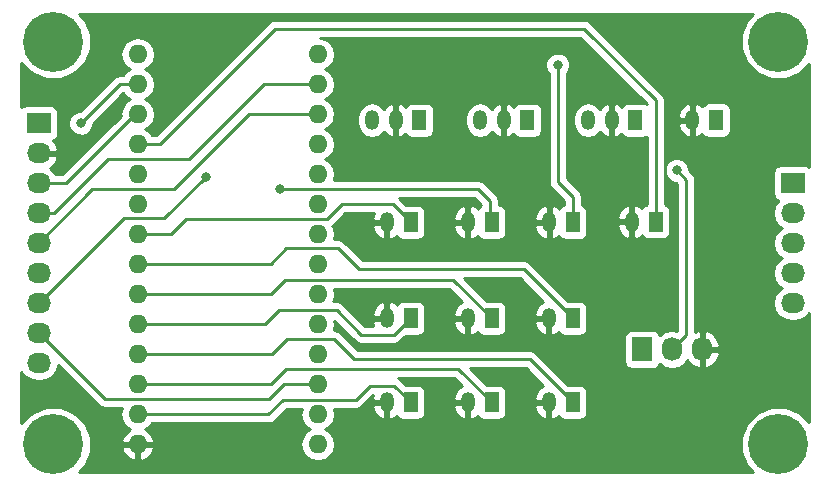
<source format=gbl>
G04 #@! TF.FileFunction,Copper,L2,Bot,Signal*
%FSLAX46Y46*%
G04 Gerber Fmt 4.6, Leading zero omitted, Abs format (unit mm)*
G04 Created by KiCad (PCBNEW 4.0.1-stable) date 2016/05/21 17:47:10*
%MOMM*%
G01*
G04 APERTURE LIST*
%ADD10C,0.100000*%
%ADD11C,5.080000*%
%ADD12R,2.032000X1.727200*%
%ADD13O,2.032000X1.727200*%
%ADD14R,1.727200X2.032000*%
%ADD15O,1.727200X2.032000*%
%ADD16R,1.198880X1.699260*%
%ADD17O,1.198880X1.699260*%
%ADD18O,1.600000X1.600000*%
%ADD19C,0.800000*%
%ADD20C,0.250000*%
%ADD21C,0.254000*%
G04 APERTURE END LIST*
D10*
D11*
X153301700Y-87896700D03*
X153301700Y-53797200D03*
D12*
X90678000Y-60686950D03*
D13*
X90678000Y-63226950D03*
X90678000Y-65766950D03*
X90678000Y-68306950D03*
X90678000Y-70846950D03*
X90678000Y-73386950D03*
X90678000Y-75926950D03*
X90678000Y-78466950D03*
X90678000Y-81006950D03*
D14*
X141767560Y-79852520D03*
D15*
X144307560Y-79852520D03*
X146847560Y-79852520D03*
D16*
X122158760Y-84328000D03*
D17*
X120157240Y-84328000D03*
D16*
X129016760Y-84328000D03*
D17*
X127015240Y-84328000D03*
D16*
X135874760Y-84328000D03*
D17*
X133873240Y-84328000D03*
D18*
X99060000Y-87884000D03*
X99060000Y-85344000D03*
X99060000Y-82804000D03*
X99060000Y-80264000D03*
X99060000Y-77724000D03*
X99060000Y-75184000D03*
X99060000Y-72644000D03*
X99060000Y-70104000D03*
X99060000Y-67564000D03*
X99060000Y-65024000D03*
X99060000Y-62484000D03*
X99060000Y-59944000D03*
X99060000Y-57404000D03*
X99060000Y-54864000D03*
X114300000Y-54864000D03*
X114300000Y-57404000D03*
X114300000Y-59944000D03*
X114300000Y-62484000D03*
X114300000Y-65024000D03*
X114300000Y-67564000D03*
X114300000Y-70104000D03*
X114300000Y-72644000D03*
X114300000Y-75184000D03*
X114300000Y-77724000D03*
X114300000Y-80264000D03*
X114300000Y-82804000D03*
X114300000Y-85344000D03*
X114300000Y-87884000D03*
D11*
X91897200Y-53797200D03*
X91897200Y-87896700D03*
D16*
X122158760Y-77216000D03*
D17*
X120157240Y-77216000D03*
D16*
X129016760Y-77216000D03*
D17*
X127015240Y-77216000D03*
D16*
X135874760Y-77216000D03*
D17*
X133873240Y-77216000D03*
D16*
X122158760Y-69088000D03*
D17*
X120157240Y-69088000D03*
D16*
X129016760Y-69088000D03*
D17*
X127015240Y-69088000D03*
D16*
X135895080Y-69095620D03*
D17*
X133893560Y-69095620D03*
D16*
X142908020Y-69039740D03*
D17*
X140906500Y-69039740D03*
D16*
X122905520Y-60452000D03*
D17*
X118902480Y-60452000D03*
X120904000Y-60452000D03*
D16*
X132049520Y-60452000D03*
D17*
X128046480Y-60452000D03*
X130048000Y-60452000D03*
D16*
X141193520Y-60452000D03*
D17*
X137190480Y-60452000D03*
X139192000Y-60452000D03*
D16*
X148021040Y-60441840D03*
D17*
X146019520Y-60441840D03*
D12*
X154520900Y-65766950D03*
D13*
X154520900Y-68306950D03*
X154520900Y-70846950D03*
X154520900Y-73386950D03*
X154520900Y-75926950D03*
D19*
X94234000Y-60706000D03*
X104825800Y-65227200D03*
X144703800Y-64693800D03*
X111125000Y-66294000D03*
X134620000Y-55753000D03*
D20*
X98806000Y-59944000D02*
X92983050Y-65766950D01*
X92983050Y-65766950D02*
X90678000Y-65766950D01*
X90678000Y-68306950D02*
X91967050Y-68306950D01*
X109728000Y-57404000D02*
X114300000Y-57404000D01*
X103378000Y-63754000D02*
X109728000Y-57404000D01*
X96520000Y-63754000D02*
X103378000Y-63754000D01*
X91967050Y-68306950D02*
X96520000Y-63754000D01*
X90678000Y-68306950D02*
X90697050Y-68306950D01*
X90678000Y-68306950D02*
X90678000Y-68249800D01*
X114300000Y-59944000D02*
X108458000Y-59944000D01*
X95230950Y-66294000D02*
X90678000Y-70846950D01*
X102108000Y-66294000D02*
X95230950Y-66294000D01*
X108458000Y-59944000D02*
X102108000Y-66294000D01*
X114300000Y-59944000D02*
X114249200Y-59944000D01*
X94234000Y-60706000D02*
X97536000Y-57404000D01*
X97536000Y-57404000D02*
X99060000Y-57404000D01*
X90678000Y-75926950D02*
X90697050Y-75926950D01*
X90697050Y-75926950D02*
X97891600Y-68732400D01*
X98044000Y-68707000D02*
X98044000Y-68732400D01*
X98018600Y-68732400D02*
X98044000Y-68707000D01*
X97891600Y-68732400D02*
X98018600Y-68732400D01*
X98044000Y-68732400D02*
X101320600Y-68732400D01*
X101320600Y-68732400D02*
X104825800Y-65227200D01*
X144307560Y-79852520D02*
X145516600Y-78643480D01*
X145516600Y-65506600D02*
X145516600Y-78643480D01*
X144703800Y-64693800D02*
X145516600Y-65506600D01*
X99060000Y-85344000D02*
X110134400Y-85344000D01*
X110134400Y-85344000D02*
X111379000Y-84099400D01*
X111379000Y-84099400D02*
X117525800Y-84099400D01*
X117525800Y-84099400D02*
X118694200Y-82931000D01*
X118694200Y-82931000D02*
X120761760Y-82931000D01*
X120761760Y-82931000D02*
X122158760Y-84328000D01*
X99060000Y-82804000D02*
X110363000Y-82804000D01*
X110363000Y-82804000D02*
X111658400Y-81508600D01*
X111658400Y-81508600D02*
X126197360Y-81508600D01*
X126197360Y-81508600D02*
X129016760Y-84328000D01*
X99060000Y-80264000D02*
X110413800Y-80264000D01*
X110413800Y-80264000D02*
X111683800Y-78994000D01*
X111683800Y-78994000D02*
X115697000Y-78994000D01*
X115697000Y-78994000D02*
X117398800Y-80695800D01*
X117398800Y-80695800D02*
X132242560Y-80695800D01*
X132242560Y-80695800D02*
X135874760Y-84328000D01*
X99060000Y-77724000D02*
X109880400Y-77724000D01*
X109880400Y-77724000D02*
X111048800Y-76555600D01*
X111048800Y-76555600D02*
X115900200Y-76555600D01*
X115900200Y-76555600D02*
X117957600Y-78613000D01*
X117957600Y-78613000D02*
X120761760Y-78613000D01*
X120761760Y-78613000D02*
X122158760Y-77216000D01*
X99060000Y-75184000D02*
X110312200Y-75184000D01*
X110312200Y-75184000D02*
X111531400Y-73964800D01*
X111531400Y-73964800D02*
X125765560Y-73964800D01*
X125765560Y-73964800D02*
X129016760Y-77216000D01*
X99060000Y-72644000D02*
X110312200Y-72644000D01*
X110312200Y-72644000D02*
X111658400Y-71297800D01*
X111658400Y-71297800D02*
X116027200Y-71297800D01*
X116027200Y-71297800D02*
X117805200Y-73075800D01*
X117805200Y-73075800D02*
X131734560Y-73075800D01*
X131734560Y-73075800D02*
X135874760Y-77216000D01*
X122158760Y-69088000D02*
X122158760Y-69072760D01*
X122158760Y-69072760D02*
X120650000Y-67564000D01*
X120650000Y-67564000D02*
X116332000Y-67564000D01*
X116332000Y-67564000D02*
X115062000Y-68834000D01*
X115062000Y-68834000D02*
X103124000Y-68834000D01*
X103124000Y-68834000D02*
X101854000Y-70104000D01*
X101854000Y-70104000D02*
X99060000Y-70104000D01*
X111125000Y-66294000D02*
X122301000Y-66294000D01*
X122301000Y-66294000D02*
X126746000Y-66294000D01*
X126746000Y-66294000D02*
X127889000Y-66294000D01*
X127889000Y-66294000D02*
X128905000Y-67310000D01*
X128905000Y-67310000D02*
X128905000Y-68976240D01*
X135895080Y-66934080D02*
X135895080Y-69095620D01*
X134620000Y-65659000D02*
X135895080Y-66934080D01*
X134620000Y-55753000D02*
X134620000Y-65659000D01*
X99060000Y-62484000D02*
X100914200Y-62484000D01*
X100914200Y-62484000D02*
X110693200Y-52705000D01*
X110693200Y-52705000D02*
X136855200Y-52705000D01*
X136855200Y-52705000D02*
X142908020Y-58757820D01*
X142908020Y-58757820D02*
X142908020Y-69039740D01*
X114300000Y-82804000D02*
X112776000Y-82804000D01*
X96259650Y-84048600D02*
X90678000Y-78466950D01*
X112776000Y-82804000D02*
X111455200Y-82804000D01*
X110210600Y-84048600D02*
X96393000Y-84048600D01*
X111455200Y-82804000D02*
X110210600Y-84048600D01*
X96393000Y-84048600D02*
X96259650Y-84048600D01*
D21*
G36*
X150611635Y-51996359D02*
X150127252Y-53162883D01*
X150126150Y-54425976D01*
X150608496Y-55593343D01*
X151500859Y-56487265D01*
X152667383Y-56971648D01*
X153930476Y-56972750D01*
X155097843Y-56490404D01*
X155906000Y-55683656D01*
X155906000Y-64387005D01*
X155788790Y-64306919D01*
X155536900Y-64255910D01*
X153504900Y-64255910D01*
X153269583Y-64300188D01*
X153053459Y-64439260D01*
X152908469Y-64651460D01*
X152857460Y-64903350D01*
X152857460Y-66630550D01*
X152901738Y-66865867D01*
X153040810Y-67081991D01*
X153253010Y-67226981D01*
X153294339Y-67235350D01*
X153276485Y-67247280D01*
X152951629Y-67733461D01*
X152837555Y-68306950D01*
X152951629Y-68880439D01*
X153276485Y-69366620D01*
X153591266Y-69576950D01*
X153276485Y-69787280D01*
X152951629Y-70273461D01*
X152837555Y-70846950D01*
X152951629Y-71420439D01*
X153276485Y-71906620D01*
X153591266Y-72116950D01*
X153276485Y-72327280D01*
X152951629Y-72813461D01*
X152837555Y-73386950D01*
X152951629Y-73960439D01*
X153276485Y-74446620D01*
X153591266Y-74656950D01*
X153276485Y-74867280D01*
X152951629Y-75353461D01*
X152837555Y-75926950D01*
X152951629Y-76500439D01*
X153276485Y-76986620D01*
X153762666Y-77311476D01*
X154336155Y-77425550D01*
X154705645Y-77425550D01*
X155279134Y-77311476D01*
X155765315Y-76986620D01*
X155906000Y-76776070D01*
X155906000Y-86011498D01*
X155102541Y-85206635D01*
X153936017Y-84722252D01*
X152672924Y-84721150D01*
X151505557Y-85203496D01*
X150611635Y-86095859D01*
X150127252Y-87262383D01*
X150126150Y-88525476D01*
X150608496Y-89692843D01*
X151123653Y-90208900D01*
X94075013Y-90208900D01*
X94587265Y-89697541D01*
X95071648Y-88531017D01*
X95071907Y-88233039D01*
X97668096Y-88233039D01*
X97828959Y-88621423D01*
X98204866Y-89036389D01*
X98710959Y-89275914D01*
X98933000Y-89154629D01*
X98933000Y-88011000D01*
X99187000Y-88011000D01*
X99187000Y-89154629D01*
X99409041Y-89275914D01*
X99915134Y-89036389D01*
X100291041Y-88621423D01*
X100451904Y-88233039D01*
X100329915Y-88011000D01*
X99187000Y-88011000D01*
X98933000Y-88011000D01*
X97790085Y-88011000D01*
X97668096Y-88233039D01*
X95071907Y-88233039D01*
X95072750Y-87267924D01*
X94590404Y-86100557D01*
X93698041Y-85206635D01*
X92531517Y-84722252D01*
X91268424Y-84721150D01*
X90101057Y-85203496D01*
X89207135Y-86095859D01*
X89204000Y-86103409D01*
X89204000Y-81723022D01*
X89433585Y-82066620D01*
X89919766Y-82391476D01*
X90493255Y-82505550D01*
X90862745Y-82505550D01*
X91436234Y-82391476D01*
X91922415Y-82066620D01*
X92247271Y-81580439D01*
X92325152Y-81188904D01*
X95722249Y-84586001D01*
X95968811Y-84750748D01*
X96259650Y-84808600D01*
X97703385Y-84808600D01*
X97596887Y-85344000D01*
X97706120Y-85893151D01*
X98017189Y-86358698D01*
X98421703Y-86628986D01*
X98204866Y-86731611D01*
X97828959Y-87146577D01*
X97668096Y-87534961D01*
X97790085Y-87757000D01*
X98933000Y-87757000D01*
X98933000Y-87737000D01*
X99187000Y-87737000D01*
X99187000Y-87757000D01*
X100329915Y-87757000D01*
X100451904Y-87534961D01*
X100291041Y-87146577D01*
X99915134Y-86731611D01*
X99698297Y-86628986D01*
X100102811Y-86358698D01*
X100272995Y-86104000D01*
X110134400Y-86104000D01*
X110425239Y-86046148D01*
X110671801Y-85881401D01*
X111693802Y-84859400D01*
X112933280Y-84859400D01*
X112836887Y-85344000D01*
X112946120Y-85893151D01*
X113257189Y-86358698D01*
X113639275Y-86614000D01*
X113257189Y-86869302D01*
X112946120Y-87334849D01*
X112836887Y-87884000D01*
X112946120Y-88433151D01*
X113257189Y-88898698D01*
X113722736Y-89209767D01*
X114271887Y-89319000D01*
X114328113Y-89319000D01*
X114877264Y-89209767D01*
X115342811Y-88898698D01*
X115653880Y-88433151D01*
X115763113Y-87884000D01*
X115653880Y-87334849D01*
X115342811Y-86869302D01*
X114960725Y-86614000D01*
X115342811Y-86358698D01*
X115653880Y-85893151D01*
X115763113Y-85344000D01*
X115666720Y-84859400D01*
X117525800Y-84859400D01*
X117816639Y-84801548D01*
X118042529Y-84650613D01*
X118912495Y-84650613D01*
X119034961Y-85121443D01*
X119328283Y-85509568D01*
X119747807Y-85755899D01*
X119839719Y-85771095D01*
X120030240Y-85646357D01*
X120030240Y-84455000D01*
X119075240Y-84455000D01*
X118912495Y-84650613D01*
X118042529Y-84650613D01*
X118063201Y-84636801D01*
X118989090Y-83710912D01*
X118912495Y-84005387D01*
X119075240Y-84201000D01*
X120030240Y-84201000D01*
X120030240Y-84181000D01*
X120284240Y-84181000D01*
X120284240Y-84201000D01*
X120304240Y-84201000D01*
X120304240Y-84455000D01*
X120284240Y-84455000D01*
X120284240Y-85646357D01*
X120474761Y-85771095D01*
X120566673Y-85755899D01*
X120986197Y-85509568D01*
X121003554Y-85486602D01*
X121095230Y-85629071D01*
X121307430Y-85774061D01*
X121559320Y-85825070D01*
X122758200Y-85825070D01*
X122993517Y-85780792D01*
X123209641Y-85641720D01*
X123354631Y-85429520D01*
X123405640Y-85177630D01*
X123405640Y-84650613D01*
X125770495Y-84650613D01*
X125892961Y-85121443D01*
X126186283Y-85509568D01*
X126605807Y-85755899D01*
X126697719Y-85771095D01*
X126888240Y-85646357D01*
X126888240Y-84455000D01*
X125933240Y-84455000D01*
X125770495Y-84650613D01*
X123405640Y-84650613D01*
X123405640Y-83478370D01*
X123361362Y-83243053D01*
X123222290Y-83026929D01*
X123010090Y-82881939D01*
X122758200Y-82830930D01*
X121736492Y-82830930D01*
X121299161Y-82393599D01*
X121112086Y-82268600D01*
X125882558Y-82268600D01*
X126548001Y-82934043D01*
X126186283Y-83146432D01*
X125892961Y-83534557D01*
X125770495Y-84005387D01*
X125933240Y-84201000D01*
X126888240Y-84201000D01*
X126888240Y-84181000D01*
X127142240Y-84181000D01*
X127142240Y-84201000D01*
X127162240Y-84201000D01*
X127162240Y-84455000D01*
X127142240Y-84455000D01*
X127142240Y-85646357D01*
X127332761Y-85771095D01*
X127424673Y-85755899D01*
X127844197Y-85509568D01*
X127861554Y-85486602D01*
X127953230Y-85629071D01*
X128165430Y-85774061D01*
X128417320Y-85825070D01*
X129616200Y-85825070D01*
X129851517Y-85780792D01*
X130067641Y-85641720D01*
X130212631Y-85429520D01*
X130263640Y-85177630D01*
X130263640Y-84650613D01*
X132628495Y-84650613D01*
X132750961Y-85121443D01*
X133044283Y-85509568D01*
X133463807Y-85755899D01*
X133555719Y-85771095D01*
X133746240Y-85646357D01*
X133746240Y-84455000D01*
X132791240Y-84455000D01*
X132628495Y-84650613D01*
X130263640Y-84650613D01*
X130263640Y-83478370D01*
X130219362Y-83243053D01*
X130080290Y-83026929D01*
X129868090Y-82881939D01*
X129616200Y-82830930D01*
X128594492Y-82830930D01*
X127219362Y-81455800D01*
X131927758Y-81455800D01*
X133406001Y-82934043D01*
X133044283Y-83146432D01*
X132750961Y-83534557D01*
X132628495Y-84005387D01*
X132791240Y-84201000D01*
X133746240Y-84201000D01*
X133746240Y-84181000D01*
X134000240Y-84181000D01*
X134000240Y-84201000D01*
X134020240Y-84201000D01*
X134020240Y-84455000D01*
X134000240Y-84455000D01*
X134000240Y-85646357D01*
X134190761Y-85771095D01*
X134282673Y-85755899D01*
X134702197Y-85509568D01*
X134719554Y-85486602D01*
X134811230Y-85629071D01*
X135023430Y-85774061D01*
X135275320Y-85825070D01*
X136474200Y-85825070D01*
X136709517Y-85780792D01*
X136925641Y-85641720D01*
X137070631Y-85429520D01*
X137121640Y-85177630D01*
X137121640Y-83478370D01*
X137077362Y-83243053D01*
X136938290Y-83026929D01*
X136726090Y-82881939D01*
X136474200Y-82830930D01*
X135452493Y-82830930D01*
X132779961Y-80158399D01*
X132533399Y-79993652D01*
X132242560Y-79935800D01*
X117713602Y-79935800D01*
X116234401Y-78456599D01*
X115987839Y-78291852D01*
X115697000Y-78234000D01*
X115661668Y-78234000D01*
X115763113Y-77724000D01*
X115705833Y-77436035D01*
X117420199Y-79150401D01*
X117666761Y-79315148D01*
X117957600Y-79373000D01*
X120761760Y-79373000D01*
X121052599Y-79315148D01*
X121299161Y-79150401D01*
X121613042Y-78836520D01*
X140256520Y-78836520D01*
X140256520Y-80868520D01*
X140300798Y-81103837D01*
X140439870Y-81319961D01*
X140652070Y-81464951D01*
X140903960Y-81515960D01*
X142631160Y-81515960D01*
X142866477Y-81471682D01*
X143082601Y-81332610D01*
X143227591Y-81120410D01*
X143235960Y-81079081D01*
X143247890Y-81096935D01*
X143734071Y-81421791D01*
X144307560Y-81535865D01*
X144881049Y-81421791D01*
X145367230Y-81096935D01*
X145574021Y-80787451D01*
X145945524Y-81203252D01*
X146472769Y-81457229D01*
X146488534Y-81459878D01*
X146720560Y-81338737D01*
X146720560Y-79979520D01*
X146974560Y-79979520D01*
X146974560Y-81338737D01*
X147206586Y-81459878D01*
X147222351Y-81457229D01*
X147749596Y-81203252D01*
X148139514Y-80766840D01*
X148332744Y-80214433D01*
X148188484Y-79979520D01*
X146974560Y-79979520D01*
X146720560Y-79979520D01*
X146700560Y-79979520D01*
X146700560Y-79725520D01*
X146720560Y-79725520D01*
X146720560Y-78366303D01*
X146974560Y-78366303D01*
X146974560Y-79725520D01*
X148188484Y-79725520D01*
X148332744Y-79490607D01*
X148139514Y-78938200D01*
X147749596Y-78501788D01*
X147222351Y-78247811D01*
X147206586Y-78245162D01*
X146974560Y-78366303D01*
X146720560Y-78366303D01*
X146488534Y-78245162D01*
X146472769Y-78247811D01*
X146276600Y-78342307D01*
X146276600Y-65506600D01*
X146218748Y-65215761D01*
X146054001Y-64969199D01*
X145738835Y-64654033D01*
X145738979Y-64488829D01*
X145581742Y-64108285D01*
X145290846Y-63816881D01*
X144910577Y-63658980D01*
X144498829Y-63658621D01*
X144118285Y-63815858D01*
X143826881Y-64106754D01*
X143668980Y-64487023D01*
X143668621Y-64898771D01*
X143825858Y-65279315D01*
X144116754Y-65570719D01*
X144497023Y-65728620D01*
X144663964Y-65728766D01*
X144756600Y-65821402D01*
X144756600Y-78258495D01*
X144307560Y-78169175D01*
X143734071Y-78283249D01*
X143247890Y-78608105D01*
X143238317Y-78622433D01*
X143234322Y-78601203D01*
X143095250Y-78385079D01*
X142883050Y-78240089D01*
X142631160Y-78189080D01*
X140903960Y-78189080D01*
X140668643Y-78233358D01*
X140452519Y-78372430D01*
X140307529Y-78584630D01*
X140256520Y-78836520D01*
X121613042Y-78836520D01*
X121736492Y-78713070D01*
X122758200Y-78713070D01*
X122993517Y-78668792D01*
X123209641Y-78529720D01*
X123354631Y-78317520D01*
X123405640Y-78065630D01*
X123405640Y-77538613D01*
X125770495Y-77538613D01*
X125892961Y-78009443D01*
X126186283Y-78397568D01*
X126605807Y-78643899D01*
X126697719Y-78659095D01*
X126888240Y-78534357D01*
X126888240Y-77343000D01*
X125933240Y-77343000D01*
X125770495Y-77538613D01*
X123405640Y-77538613D01*
X123405640Y-76366370D01*
X123361362Y-76131053D01*
X123222290Y-75914929D01*
X123010090Y-75769939D01*
X122758200Y-75718930D01*
X121559320Y-75718930D01*
X121324003Y-75763208D01*
X121107879Y-75902280D01*
X121002681Y-76056243D01*
X120986197Y-76034432D01*
X120566673Y-75788101D01*
X120474761Y-75772905D01*
X120284240Y-75897643D01*
X120284240Y-77089000D01*
X120304240Y-77089000D01*
X120304240Y-77343000D01*
X120284240Y-77343000D01*
X120284240Y-77363000D01*
X120030240Y-77363000D01*
X120030240Y-77343000D01*
X119075240Y-77343000D01*
X118912495Y-77538613D01*
X118994269Y-77853000D01*
X118272402Y-77853000D01*
X117312789Y-76893387D01*
X118912495Y-76893387D01*
X119075240Y-77089000D01*
X120030240Y-77089000D01*
X120030240Y-75897643D01*
X119839719Y-75772905D01*
X119747807Y-75788101D01*
X119328283Y-76034432D01*
X119034961Y-76422557D01*
X118912495Y-76893387D01*
X117312789Y-76893387D01*
X116437601Y-76018199D01*
X116191039Y-75853452D01*
X115900200Y-75795600D01*
X115612153Y-75795600D01*
X115653880Y-75733151D01*
X115763113Y-75184000D01*
X115671772Y-74724800D01*
X125450758Y-74724800D01*
X126548001Y-75822043D01*
X126186283Y-76034432D01*
X125892961Y-76422557D01*
X125770495Y-76893387D01*
X125933240Y-77089000D01*
X126888240Y-77089000D01*
X126888240Y-77069000D01*
X127142240Y-77069000D01*
X127142240Y-77089000D01*
X127162240Y-77089000D01*
X127162240Y-77343000D01*
X127142240Y-77343000D01*
X127142240Y-78534357D01*
X127332761Y-78659095D01*
X127424673Y-78643899D01*
X127844197Y-78397568D01*
X127861554Y-78374602D01*
X127953230Y-78517071D01*
X128165430Y-78662061D01*
X128417320Y-78713070D01*
X129616200Y-78713070D01*
X129851517Y-78668792D01*
X130067641Y-78529720D01*
X130212631Y-78317520D01*
X130263640Y-78065630D01*
X130263640Y-77538613D01*
X132628495Y-77538613D01*
X132750961Y-78009443D01*
X133044283Y-78397568D01*
X133463807Y-78643899D01*
X133555719Y-78659095D01*
X133746240Y-78534357D01*
X133746240Y-77343000D01*
X132791240Y-77343000D01*
X132628495Y-77538613D01*
X130263640Y-77538613D01*
X130263640Y-76366370D01*
X130219362Y-76131053D01*
X130080290Y-75914929D01*
X129868090Y-75769939D01*
X129616200Y-75718930D01*
X128594492Y-75718930D01*
X126711362Y-73835800D01*
X131419758Y-73835800D01*
X133406001Y-75822043D01*
X133044283Y-76034432D01*
X132750961Y-76422557D01*
X132628495Y-76893387D01*
X132791240Y-77089000D01*
X133746240Y-77089000D01*
X133746240Y-77069000D01*
X134000240Y-77069000D01*
X134000240Y-77089000D01*
X134020240Y-77089000D01*
X134020240Y-77343000D01*
X134000240Y-77343000D01*
X134000240Y-78534357D01*
X134190761Y-78659095D01*
X134282673Y-78643899D01*
X134702197Y-78397568D01*
X134719554Y-78374602D01*
X134811230Y-78517071D01*
X135023430Y-78662061D01*
X135275320Y-78713070D01*
X136474200Y-78713070D01*
X136709517Y-78668792D01*
X136925641Y-78529720D01*
X137070631Y-78317520D01*
X137121640Y-78065630D01*
X137121640Y-76366370D01*
X137077362Y-76131053D01*
X136938290Y-75914929D01*
X136726090Y-75769939D01*
X136474200Y-75718930D01*
X135452492Y-75718930D01*
X132271961Y-72538399D01*
X132025399Y-72373652D01*
X131734560Y-72315800D01*
X118120002Y-72315800D01*
X116564601Y-70760399D01*
X116318039Y-70595652D01*
X116027200Y-70537800D01*
X115676825Y-70537800D01*
X115763113Y-70104000D01*
X115653880Y-69554849D01*
X115557505Y-69410613D01*
X118912495Y-69410613D01*
X119034961Y-69881443D01*
X119328283Y-70269568D01*
X119747807Y-70515899D01*
X119839719Y-70531095D01*
X120030240Y-70406357D01*
X120030240Y-69215000D01*
X119075240Y-69215000D01*
X118912495Y-69410613D01*
X115557505Y-69410613D01*
X115552323Y-69402858D01*
X115599401Y-69371401D01*
X116646802Y-68324000D01*
X119027303Y-68324000D01*
X118912495Y-68765387D01*
X119075240Y-68961000D01*
X120030240Y-68961000D01*
X120030240Y-68941000D01*
X120284240Y-68941000D01*
X120284240Y-68961000D01*
X120304240Y-68961000D01*
X120304240Y-69215000D01*
X120284240Y-69215000D01*
X120284240Y-70406357D01*
X120474761Y-70531095D01*
X120566673Y-70515899D01*
X120986197Y-70269568D01*
X121003554Y-70246602D01*
X121095230Y-70389071D01*
X121307430Y-70534061D01*
X121559320Y-70585070D01*
X122758200Y-70585070D01*
X122993517Y-70540792D01*
X123209641Y-70401720D01*
X123354631Y-70189520D01*
X123405640Y-69937630D01*
X123405640Y-69410613D01*
X125770495Y-69410613D01*
X125892961Y-69881443D01*
X126186283Y-70269568D01*
X126605807Y-70515899D01*
X126697719Y-70531095D01*
X126888240Y-70406357D01*
X126888240Y-69215000D01*
X125933240Y-69215000D01*
X125770495Y-69410613D01*
X123405640Y-69410613D01*
X123405640Y-68765387D01*
X125770495Y-68765387D01*
X125933240Y-68961000D01*
X126888240Y-68961000D01*
X126888240Y-67769643D01*
X126697719Y-67644905D01*
X126605807Y-67660101D01*
X126186283Y-67906432D01*
X125892961Y-68294557D01*
X125770495Y-68765387D01*
X123405640Y-68765387D01*
X123405640Y-68238370D01*
X123361362Y-68003053D01*
X123222290Y-67786929D01*
X123010090Y-67641939D01*
X122758200Y-67590930D01*
X121751732Y-67590930D01*
X121214802Y-67054000D01*
X127574198Y-67054000D01*
X128145000Y-67624802D01*
X128145000Y-67659019D01*
X127965879Y-67774280D01*
X127860681Y-67928243D01*
X127844197Y-67906432D01*
X127424673Y-67660101D01*
X127332761Y-67644905D01*
X127142240Y-67769643D01*
X127142240Y-68961000D01*
X127162240Y-68961000D01*
X127162240Y-69215000D01*
X127142240Y-69215000D01*
X127142240Y-70406357D01*
X127332761Y-70531095D01*
X127424673Y-70515899D01*
X127844197Y-70269568D01*
X127861554Y-70246602D01*
X127953230Y-70389071D01*
X128165430Y-70534061D01*
X128417320Y-70585070D01*
X129616200Y-70585070D01*
X129851517Y-70540792D01*
X130067641Y-70401720D01*
X130212631Y-70189520D01*
X130263640Y-69937630D01*
X130263640Y-69418233D01*
X132648815Y-69418233D01*
X132771281Y-69889063D01*
X133064603Y-70277188D01*
X133484127Y-70523519D01*
X133576039Y-70538715D01*
X133766560Y-70413977D01*
X133766560Y-69222620D01*
X132811560Y-69222620D01*
X132648815Y-69418233D01*
X130263640Y-69418233D01*
X130263640Y-68773007D01*
X132648815Y-68773007D01*
X132811560Y-68968620D01*
X133766560Y-68968620D01*
X133766560Y-67777263D01*
X133576039Y-67652525D01*
X133484127Y-67667721D01*
X133064603Y-67914052D01*
X132771281Y-68302177D01*
X132648815Y-68773007D01*
X130263640Y-68773007D01*
X130263640Y-68238370D01*
X130219362Y-68003053D01*
X130080290Y-67786929D01*
X129868090Y-67641939D01*
X129665000Y-67600812D01*
X129665000Y-67310000D01*
X129607148Y-67019161D01*
X129442401Y-66772599D01*
X128426401Y-65756599D01*
X128179839Y-65591852D01*
X127889000Y-65534000D01*
X115661668Y-65534000D01*
X115763113Y-65024000D01*
X115653880Y-64474849D01*
X115342811Y-64009302D01*
X114960725Y-63754000D01*
X115342811Y-63498698D01*
X115653880Y-63033151D01*
X115763113Y-62484000D01*
X115653880Y-61934849D01*
X115342811Y-61469302D01*
X114960725Y-61214000D01*
X115342811Y-60958698D01*
X115653880Y-60493151D01*
X115717616Y-60172724D01*
X117668040Y-60172724D01*
X117668040Y-60731276D01*
X117762006Y-61203676D01*
X118029599Y-61604157D01*
X118430080Y-61871750D01*
X118902480Y-61965716D01*
X119374880Y-61871750D01*
X119775361Y-61604157D01*
X119905558Y-61409304D01*
X120075043Y-61633568D01*
X120494567Y-61879899D01*
X120586479Y-61895095D01*
X120777000Y-61770357D01*
X120777000Y-60579000D01*
X120757000Y-60579000D01*
X120757000Y-60325000D01*
X120777000Y-60325000D01*
X120777000Y-59133643D01*
X121031000Y-59133643D01*
X121031000Y-60325000D01*
X121051000Y-60325000D01*
X121051000Y-60579000D01*
X121031000Y-60579000D01*
X121031000Y-61770357D01*
X121221521Y-61895095D01*
X121313433Y-61879899D01*
X121732957Y-61633568D01*
X121750314Y-61610602D01*
X121841990Y-61753071D01*
X122054190Y-61898061D01*
X122306080Y-61949070D01*
X123504960Y-61949070D01*
X123740277Y-61904792D01*
X123956401Y-61765720D01*
X124101391Y-61553520D01*
X124152400Y-61301630D01*
X124152400Y-60172724D01*
X126812040Y-60172724D01*
X126812040Y-60731276D01*
X126906006Y-61203676D01*
X127173599Y-61604157D01*
X127574080Y-61871750D01*
X128046480Y-61965716D01*
X128518880Y-61871750D01*
X128919361Y-61604157D01*
X129049558Y-61409304D01*
X129219043Y-61633568D01*
X129638567Y-61879899D01*
X129730479Y-61895095D01*
X129921000Y-61770357D01*
X129921000Y-60579000D01*
X129901000Y-60579000D01*
X129901000Y-60325000D01*
X129921000Y-60325000D01*
X129921000Y-59133643D01*
X130175000Y-59133643D01*
X130175000Y-60325000D01*
X130195000Y-60325000D01*
X130195000Y-60579000D01*
X130175000Y-60579000D01*
X130175000Y-61770357D01*
X130365521Y-61895095D01*
X130457433Y-61879899D01*
X130876957Y-61633568D01*
X130894314Y-61610602D01*
X130985990Y-61753071D01*
X131198190Y-61898061D01*
X131450080Y-61949070D01*
X132648960Y-61949070D01*
X132884277Y-61904792D01*
X133100401Y-61765720D01*
X133245391Y-61553520D01*
X133296400Y-61301630D01*
X133296400Y-59602370D01*
X133252122Y-59367053D01*
X133113050Y-59150929D01*
X132900850Y-59005939D01*
X132648960Y-58954930D01*
X131450080Y-58954930D01*
X131214763Y-58999208D01*
X130998639Y-59138280D01*
X130893441Y-59292243D01*
X130876957Y-59270432D01*
X130457433Y-59024101D01*
X130365521Y-59008905D01*
X130175000Y-59133643D01*
X129921000Y-59133643D01*
X129730479Y-59008905D01*
X129638567Y-59024101D01*
X129219043Y-59270432D01*
X129049558Y-59494696D01*
X128919361Y-59299843D01*
X128518880Y-59032250D01*
X128046480Y-58938284D01*
X127574080Y-59032250D01*
X127173599Y-59299843D01*
X126906006Y-59700324D01*
X126812040Y-60172724D01*
X124152400Y-60172724D01*
X124152400Y-59602370D01*
X124108122Y-59367053D01*
X123969050Y-59150929D01*
X123756850Y-59005939D01*
X123504960Y-58954930D01*
X122306080Y-58954930D01*
X122070763Y-58999208D01*
X121854639Y-59138280D01*
X121749441Y-59292243D01*
X121732957Y-59270432D01*
X121313433Y-59024101D01*
X121221521Y-59008905D01*
X121031000Y-59133643D01*
X120777000Y-59133643D01*
X120586479Y-59008905D01*
X120494567Y-59024101D01*
X120075043Y-59270432D01*
X119905558Y-59494696D01*
X119775361Y-59299843D01*
X119374880Y-59032250D01*
X118902480Y-58938284D01*
X118430080Y-59032250D01*
X118029599Y-59299843D01*
X117762006Y-59700324D01*
X117668040Y-60172724D01*
X115717616Y-60172724D01*
X115763113Y-59944000D01*
X115653880Y-59394849D01*
X115342811Y-58929302D01*
X114960725Y-58674000D01*
X115342811Y-58418698D01*
X115653880Y-57953151D01*
X115763113Y-57404000D01*
X115653880Y-56854849D01*
X115342811Y-56389302D01*
X114960725Y-56134000D01*
X115224170Y-55957971D01*
X133584821Y-55957971D01*
X133742058Y-56338515D01*
X133860000Y-56456663D01*
X133860000Y-65659000D01*
X133917852Y-65949839D01*
X134082599Y-66196401D01*
X135135080Y-67248882D01*
X135135080Y-67628761D01*
X135060323Y-67642828D01*
X134844199Y-67781900D01*
X134739001Y-67935863D01*
X134722517Y-67914052D01*
X134302993Y-67667721D01*
X134211081Y-67652525D01*
X134020560Y-67777263D01*
X134020560Y-68968620D01*
X134040560Y-68968620D01*
X134040560Y-69222620D01*
X134020560Y-69222620D01*
X134020560Y-70413977D01*
X134211081Y-70538715D01*
X134302993Y-70523519D01*
X134722517Y-70277188D01*
X134739874Y-70254222D01*
X134831550Y-70396691D01*
X135043750Y-70541681D01*
X135295640Y-70592690D01*
X136494520Y-70592690D01*
X136729837Y-70548412D01*
X136945961Y-70409340D01*
X137090951Y-70197140D01*
X137141960Y-69945250D01*
X137141960Y-69362353D01*
X139661755Y-69362353D01*
X139784221Y-69833183D01*
X140077543Y-70221308D01*
X140497067Y-70467639D01*
X140588979Y-70482835D01*
X140779500Y-70358097D01*
X140779500Y-69166740D01*
X139824500Y-69166740D01*
X139661755Y-69362353D01*
X137141960Y-69362353D01*
X137141960Y-68717127D01*
X139661755Y-68717127D01*
X139824500Y-68912740D01*
X140779500Y-68912740D01*
X140779500Y-67721383D01*
X140588979Y-67596645D01*
X140497067Y-67611841D01*
X140077543Y-67858172D01*
X139784221Y-68246297D01*
X139661755Y-68717127D01*
X137141960Y-68717127D01*
X137141960Y-68245990D01*
X137097682Y-68010673D01*
X136958610Y-67794549D01*
X136746410Y-67649559D01*
X136655080Y-67631064D01*
X136655080Y-66934080D01*
X136597228Y-66643241D01*
X136597228Y-66643240D01*
X136432481Y-66396679D01*
X135380000Y-65344198D01*
X135380000Y-60172724D01*
X135956040Y-60172724D01*
X135956040Y-60731276D01*
X136050006Y-61203676D01*
X136317599Y-61604157D01*
X136718080Y-61871750D01*
X137190480Y-61965716D01*
X137662880Y-61871750D01*
X138063361Y-61604157D01*
X138193558Y-61409304D01*
X138363043Y-61633568D01*
X138782567Y-61879899D01*
X138874479Y-61895095D01*
X139065000Y-61770357D01*
X139065000Y-60579000D01*
X139045000Y-60579000D01*
X139045000Y-60325000D01*
X139065000Y-60325000D01*
X139065000Y-59133643D01*
X138874479Y-59008905D01*
X138782567Y-59024101D01*
X138363043Y-59270432D01*
X138193558Y-59494696D01*
X138063361Y-59299843D01*
X137662880Y-59032250D01*
X137190480Y-58938284D01*
X136718080Y-59032250D01*
X136317599Y-59299843D01*
X136050006Y-59700324D01*
X135956040Y-60172724D01*
X135380000Y-60172724D01*
X135380000Y-56456761D01*
X135496919Y-56340046D01*
X135654820Y-55959777D01*
X135655179Y-55548029D01*
X135497942Y-55167485D01*
X135207046Y-54876081D01*
X134826777Y-54718180D01*
X134415029Y-54717821D01*
X134034485Y-54875058D01*
X133743081Y-55165954D01*
X133585180Y-55546223D01*
X133584821Y-55957971D01*
X115224170Y-55957971D01*
X115342811Y-55878698D01*
X115653880Y-55413151D01*
X115763113Y-54864000D01*
X115653880Y-54314849D01*
X115342811Y-53849302D01*
X114877264Y-53538233D01*
X114509097Y-53465000D01*
X136540398Y-53465000D01*
X142148020Y-59072622D01*
X142148020Y-59076432D01*
X142044850Y-59005939D01*
X141792960Y-58954930D01*
X140594080Y-58954930D01*
X140358763Y-58999208D01*
X140142639Y-59138280D01*
X140037441Y-59292243D01*
X140020957Y-59270432D01*
X139601433Y-59024101D01*
X139509521Y-59008905D01*
X139319000Y-59133643D01*
X139319000Y-60325000D01*
X139339000Y-60325000D01*
X139339000Y-60579000D01*
X139319000Y-60579000D01*
X139319000Y-61770357D01*
X139509521Y-61895095D01*
X139601433Y-61879899D01*
X140020957Y-61633568D01*
X140038314Y-61610602D01*
X140129990Y-61753071D01*
X140342190Y-61898061D01*
X140594080Y-61949070D01*
X141792960Y-61949070D01*
X142028277Y-61904792D01*
X142148020Y-61827739D01*
X142148020Y-67572881D01*
X142073263Y-67586948D01*
X141857139Y-67726020D01*
X141751941Y-67879983D01*
X141735457Y-67858172D01*
X141315933Y-67611841D01*
X141224021Y-67596645D01*
X141033500Y-67721383D01*
X141033500Y-68912740D01*
X141053500Y-68912740D01*
X141053500Y-69166740D01*
X141033500Y-69166740D01*
X141033500Y-70358097D01*
X141224021Y-70482835D01*
X141315933Y-70467639D01*
X141735457Y-70221308D01*
X141752814Y-70198342D01*
X141844490Y-70340811D01*
X142056690Y-70485801D01*
X142308580Y-70536810D01*
X143507460Y-70536810D01*
X143742777Y-70492532D01*
X143958901Y-70353460D01*
X144103891Y-70141260D01*
X144154900Y-69889370D01*
X144154900Y-68190110D01*
X144110622Y-67954793D01*
X143971550Y-67738669D01*
X143759350Y-67593679D01*
X143668020Y-67575184D01*
X143668020Y-60764453D01*
X144774775Y-60764453D01*
X144897241Y-61235283D01*
X145190563Y-61623408D01*
X145610087Y-61869739D01*
X145701999Y-61884935D01*
X145892520Y-61760197D01*
X145892520Y-60568840D01*
X144937520Y-60568840D01*
X144774775Y-60764453D01*
X143668020Y-60764453D01*
X143668020Y-60119227D01*
X144774775Y-60119227D01*
X144937520Y-60314840D01*
X145892520Y-60314840D01*
X145892520Y-59123483D01*
X146146520Y-59123483D01*
X146146520Y-60314840D01*
X146166520Y-60314840D01*
X146166520Y-60568840D01*
X146146520Y-60568840D01*
X146146520Y-61760197D01*
X146337041Y-61884935D01*
X146428953Y-61869739D01*
X146848477Y-61623408D01*
X146865834Y-61600442D01*
X146957510Y-61742911D01*
X147169710Y-61887901D01*
X147421600Y-61938910D01*
X148620480Y-61938910D01*
X148855797Y-61894632D01*
X149071921Y-61755560D01*
X149216911Y-61543360D01*
X149267920Y-61291470D01*
X149267920Y-59592210D01*
X149223642Y-59356893D01*
X149084570Y-59140769D01*
X148872370Y-58995779D01*
X148620480Y-58944770D01*
X147421600Y-58944770D01*
X147186283Y-58989048D01*
X146970159Y-59128120D01*
X146864961Y-59282083D01*
X146848477Y-59260272D01*
X146428953Y-59013941D01*
X146337041Y-58998745D01*
X146146520Y-59123483D01*
X145892520Y-59123483D01*
X145701999Y-58998745D01*
X145610087Y-59013941D01*
X145190563Y-59260272D01*
X144897241Y-59648397D01*
X144774775Y-60119227D01*
X143668020Y-60119227D01*
X143668020Y-58757820D01*
X143610168Y-58466981D01*
X143445421Y-58220419D01*
X137392601Y-52167599D01*
X137146039Y-52002852D01*
X136855200Y-51945000D01*
X110693200Y-51945000D01*
X110450614Y-51993254D01*
X110402360Y-52002852D01*
X110155799Y-52167599D01*
X100599398Y-61724000D01*
X100272995Y-61724000D01*
X100102811Y-61469302D01*
X99720725Y-61214000D01*
X100102811Y-60958698D01*
X100413880Y-60493151D01*
X100523113Y-59944000D01*
X100413880Y-59394849D01*
X100102811Y-58929302D01*
X99720725Y-58674000D01*
X100102811Y-58418698D01*
X100413880Y-57953151D01*
X100523113Y-57404000D01*
X100413880Y-56854849D01*
X100102811Y-56389302D01*
X99720725Y-56134000D01*
X100102811Y-55878698D01*
X100413880Y-55413151D01*
X100523113Y-54864000D01*
X100413880Y-54314849D01*
X100102811Y-53849302D01*
X99637264Y-53538233D01*
X99088113Y-53429000D01*
X99031887Y-53429000D01*
X98482736Y-53538233D01*
X98017189Y-53849302D01*
X97706120Y-54314849D01*
X97596887Y-54864000D01*
X97706120Y-55413151D01*
X98017189Y-55878698D01*
X98399275Y-56134000D01*
X98017189Y-56389302D01*
X97847005Y-56644000D01*
X97536000Y-56644000D01*
X97245160Y-56701852D01*
X96998599Y-56866599D01*
X94194233Y-59670965D01*
X94029029Y-59670821D01*
X93648485Y-59828058D01*
X93357081Y-60118954D01*
X93199180Y-60499223D01*
X93198821Y-60910971D01*
X93356058Y-61291515D01*
X93646954Y-61582919D01*
X94027223Y-61740820D01*
X94438971Y-61741179D01*
X94819515Y-61583942D01*
X95110919Y-61293046D01*
X95268820Y-60912777D01*
X95268966Y-60745836D01*
X97848526Y-58166276D01*
X98017189Y-58418698D01*
X98399275Y-58674000D01*
X98017189Y-58929302D01*
X97706120Y-59394849D01*
X97596887Y-59944000D01*
X97619171Y-60056027D01*
X92668248Y-65006950D01*
X92122648Y-65006950D01*
X91922415Y-64707280D01*
X91612931Y-64500489D01*
X92028732Y-64128986D01*
X92282709Y-63601741D01*
X92285358Y-63585976D01*
X92164217Y-63353950D01*
X90805000Y-63353950D01*
X90805000Y-63373950D01*
X90551000Y-63373950D01*
X90551000Y-63353950D01*
X90531000Y-63353950D01*
X90531000Y-63099950D01*
X90551000Y-63099950D01*
X90551000Y-63079950D01*
X90805000Y-63079950D01*
X90805000Y-63099950D01*
X92164217Y-63099950D01*
X92285358Y-62867924D01*
X92282709Y-62852159D01*
X92028732Y-62324914D01*
X91853155Y-62168043D01*
X91929317Y-62153712D01*
X92145441Y-62014640D01*
X92290431Y-61802440D01*
X92341440Y-61550550D01*
X92341440Y-59823350D01*
X92297162Y-59588033D01*
X92158090Y-59371909D01*
X91945890Y-59226919D01*
X91694000Y-59175910D01*
X89662000Y-59175910D01*
X89426683Y-59220188D01*
X89210559Y-59359260D01*
X89204000Y-59368859D01*
X89204000Y-55593347D01*
X90096359Y-56487265D01*
X91262883Y-56971648D01*
X92525976Y-56972750D01*
X93693343Y-56490404D01*
X94587265Y-55598041D01*
X95071648Y-54431517D01*
X95072750Y-53168424D01*
X94590404Y-52001057D01*
X94075247Y-51485000D01*
X151123887Y-51485000D01*
X150611635Y-51996359D01*
X150611635Y-51996359D01*
G37*
X150611635Y-51996359D02*
X150127252Y-53162883D01*
X150126150Y-54425976D01*
X150608496Y-55593343D01*
X151500859Y-56487265D01*
X152667383Y-56971648D01*
X153930476Y-56972750D01*
X155097843Y-56490404D01*
X155906000Y-55683656D01*
X155906000Y-64387005D01*
X155788790Y-64306919D01*
X155536900Y-64255910D01*
X153504900Y-64255910D01*
X153269583Y-64300188D01*
X153053459Y-64439260D01*
X152908469Y-64651460D01*
X152857460Y-64903350D01*
X152857460Y-66630550D01*
X152901738Y-66865867D01*
X153040810Y-67081991D01*
X153253010Y-67226981D01*
X153294339Y-67235350D01*
X153276485Y-67247280D01*
X152951629Y-67733461D01*
X152837555Y-68306950D01*
X152951629Y-68880439D01*
X153276485Y-69366620D01*
X153591266Y-69576950D01*
X153276485Y-69787280D01*
X152951629Y-70273461D01*
X152837555Y-70846950D01*
X152951629Y-71420439D01*
X153276485Y-71906620D01*
X153591266Y-72116950D01*
X153276485Y-72327280D01*
X152951629Y-72813461D01*
X152837555Y-73386950D01*
X152951629Y-73960439D01*
X153276485Y-74446620D01*
X153591266Y-74656950D01*
X153276485Y-74867280D01*
X152951629Y-75353461D01*
X152837555Y-75926950D01*
X152951629Y-76500439D01*
X153276485Y-76986620D01*
X153762666Y-77311476D01*
X154336155Y-77425550D01*
X154705645Y-77425550D01*
X155279134Y-77311476D01*
X155765315Y-76986620D01*
X155906000Y-76776070D01*
X155906000Y-86011498D01*
X155102541Y-85206635D01*
X153936017Y-84722252D01*
X152672924Y-84721150D01*
X151505557Y-85203496D01*
X150611635Y-86095859D01*
X150127252Y-87262383D01*
X150126150Y-88525476D01*
X150608496Y-89692843D01*
X151123653Y-90208900D01*
X94075013Y-90208900D01*
X94587265Y-89697541D01*
X95071648Y-88531017D01*
X95071907Y-88233039D01*
X97668096Y-88233039D01*
X97828959Y-88621423D01*
X98204866Y-89036389D01*
X98710959Y-89275914D01*
X98933000Y-89154629D01*
X98933000Y-88011000D01*
X99187000Y-88011000D01*
X99187000Y-89154629D01*
X99409041Y-89275914D01*
X99915134Y-89036389D01*
X100291041Y-88621423D01*
X100451904Y-88233039D01*
X100329915Y-88011000D01*
X99187000Y-88011000D01*
X98933000Y-88011000D01*
X97790085Y-88011000D01*
X97668096Y-88233039D01*
X95071907Y-88233039D01*
X95072750Y-87267924D01*
X94590404Y-86100557D01*
X93698041Y-85206635D01*
X92531517Y-84722252D01*
X91268424Y-84721150D01*
X90101057Y-85203496D01*
X89207135Y-86095859D01*
X89204000Y-86103409D01*
X89204000Y-81723022D01*
X89433585Y-82066620D01*
X89919766Y-82391476D01*
X90493255Y-82505550D01*
X90862745Y-82505550D01*
X91436234Y-82391476D01*
X91922415Y-82066620D01*
X92247271Y-81580439D01*
X92325152Y-81188904D01*
X95722249Y-84586001D01*
X95968811Y-84750748D01*
X96259650Y-84808600D01*
X97703385Y-84808600D01*
X97596887Y-85344000D01*
X97706120Y-85893151D01*
X98017189Y-86358698D01*
X98421703Y-86628986D01*
X98204866Y-86731611D01*
X97828959Y-87146577D01*
X97668096Y-87534961D01*
X97790085Y-87757000D01*
X98933000Y-87757000D01*
X98933000Y-87737000D01*
X99187000Y-87737000D01*
X99187000Y-87757000D01*
X100329915Y-87757000D01*
X100451904Y-87534961D01*
X100291041Y-87146577D01*
X99915134Y-86731611D01*
X99698297Y-86628986D01*
X100102811Y-86358698D01*
X100272995Y-86104000D01*
X110134400Y-86104000D01*
X110425239Y-86046148D01*
X110671801Y-85881401D01*
X111693802Y-84859400D01*
X112933280Y-84859400D01*
X112836887Y-85344000D01*
X112946120Y-85893151D01*
X113257189Y-86358698D01*
X113639275Y-86614000D01*
X113257189Y-86869302D01*
X112946120Y-87334849D01*
X112836887Y-87884000D01*
X112946120Y-88433151D01*
X113257189Y-88898698D01*
X113722736Y-89209767D01*
X114271887Y-89319000D01*
X114328113Y-89319000D01*
X114877264Y-89209767D01*
X115342811Y-88898698D01*
X115653880Y-88433151D01*
X115763113Y-87884000D01*
X115653880Y-87334849D01*
X115342811Y-86869302D01*
X114960725Y-86614000D01*
X115342811Y-86358698D01*
X115653880Y-85893151D01*
X115763113Y-85344000D01*
X115666720Y-84859400D01*
X117525800Y-84859400D01*
X117816639Y-84801548D01*
X118042529Y-84650613D01*
X118912495Y-84650613D01*
X119034961Y-85121443D01*
X119328283Y-85509568D01*
X119747807Y-85755899D01*
X119839719Y-85771095D01*
X120030240Y-85646357D01*
X120030240Y-84455000D01*
X119075240Y-84455000D01*
X118912495Y-84650613D01*
X118042529Y-84650613D01*
X118063201Y-84636801D01*
X118989090Y-83710912D01*
X118912495Y-84005387D01*
X119075240Y-84201000D01*
X120030240Y-84201000D01*
X120030240Y-84181000D01*
X120284240Y-84181000D01*
X120284240Y-84201000D01*
X120304240Y-84201000D01*
X120304240Y-84455000D01*
X120284240Y-84455000D01*
X120284240Y-85646357D01*
X120474761Y-85771095D01*
X120566673Y-85755899D01*
X120986197Y-85509568D01*
X121003554Y-85486602D01*
X121095230Y-85629071D01*
X121307430Y-85774061D01*
X121559320Y-85825070D01*
X122758200Y-85825070D01*
X122993517Y-85780792D01*
X123209641Y-85641720D01*
X123354631Y-85429520D01*
X123405640Y-85177630D01*
X123405640Y-84650613D01*
X125770495Y-84650613D01*
X125892961Y-85121443D01*
X126186283Y-85509568D01*
X126605807Y-85755899D01*
X126697719Y-85771095D01*
X126888240Y-85646357D01*
X126888240Y-84455000D01*
X125933240Y-84455000D01*
X125770495Y-84650613D01*
X123405640Y-84650613D01*
X123405640Y-83478370D01*
X123361362Y-83243053D01*
X123222290Y-83026929D01*
X123010090Y-82881939D01*
X122758200Y-82830930D01*
X121736492Y-82830930D01*
X121299161Y-82393599D01*
X121112086Y-82268600D01*
X125882558Y-82268600D01*
X126548001Y-82934043D01*
X126186283Y-83146432D01*
X125892961Y-83534557D01*
X125770495Y-84005387D01*
X125933240Y-84201000D01*
X126888240Y-84201000D01*
X126888240Y-84181000D01*
X127142240Y-84181000D01*
X127142240Y-84201000D01*
X127162240Y-84201000D01*
X127162240Y-84455000D01*
X127142240Y-84455000D01*
X127142240Y-85646357D01*
X127332761Y-85771095D01*
X127424673Y-85755899D01*
X127844197Y-85509568D01*
X127861554Y-85486602D01*
X127953230Y-85629071D01*
X128165430Y-85774061D01*
X128417320Y-85825070D01*
X129616200Y-85825070D01*
X129851517Y-85780792D01*
X130067641Y-85641720D01*
X130212631Y-85429520D01*
X130263640Y-85177630D01*
X130263640Y-84650613D01*
X132628495Y-84650613D01*
X132750961Y-85121443D01*
X133044283Y-85509568D01*
X133463807Y-85755899D01*
X133555719Y-85771095D01*
X133746240Y-85646357D01*
X133746240Y-84455000D01*
X132791240Y-84455000D01*
X132628495Y-84650613D01*
X130263640Y-84650613D01*
X130263640Y-83478370D01*
X130219362Y-83243053D01*
X130080290Y-83026929D01*
X129868090Y-82881939D01*
X129616200Y-82830930D01*
X128594492Y-82830930D01*
X127219362Y-81455800D01*
X131927758Y-81455800D01*
X133406001Y-82934043D01*
X133044283Y-83146432D01*
X132750961Y-83534557D01*
X132628495Y-84005387D01*
X132791240Y-84201000D01*
X133746240Y-84201000D01*
X133746240Y-84181000D01*
X134000240Y-84181000D01*
X134000240Y-84201000D01*
X134020240Y-84201000D01*
X134020240Y-84455000D01*
X134000240Y-84455000D01*
X134000240Y-85646357D01*
X134190761Y-85771095D01*
X134282673Y-85755899D01*
X134702197Y-85509568D01*
X134719554Y-85486602D01*
X134811230Y-85629071D01*
X135023430Y-85774061D01*
X135275320Y-85825070D01*
X136474200Y-85825070D01*
X136709517Y-85780792D01*
X136925641Y-85641720D01*
X137070631Y-85429520D01*
X137121640Y-85177630D01*
X137121640Y-83478370D01*
X137077362Y-83243053D01*
X136938290Y-83026929D01*
X136726090Y-82881939D01*
X136474200Y-82830930D01*
X135452493Y-82830930D01*
X132779961Y-80158399D01*
X132533399Y-79993652D01*
X132242560Y-79935800D01*
X117713602Y-79935800D01*
X116234401Y-78456599D01*
X115987839Y-78291852D01*
X115697000Y-78234000D01*
X115661668Y-78234000D01*
X115763113Y-77724000D01*
X115705833Y-77436035D01*
X117420199Y-79150401D01*
X117666761Y-79315148D01*
X117957600Y-79373000D01*
X120761760Y-79373000D01*
X121052599Y-79315148D01*
X121299161Y-79150401D01*
X121613042Y-78836520D01*
X140256520Y-78836520D01*
X140256520Y-80868520D01*
X140300798Y-81103837D01*
X140439870Y-81319961D01*
X140652070Y-81464951D01*
X140903960Y-81515960D01*
X142631160Y-81515960D01*
X142866477Y-81471682D01*
X143082601Y-81332610D01*
X143227591Y-81120410D01*
X143235960Y-81079081D01*
X143247890Y-81096935D01*
X143734071Y-81421791D01*
X144307560Y-81535865D01*
X144881049Y-81421791D01*
X145367230Y-81096935D01*
X145574021Y-80787451D01*
X145945524Y-81203252D01*
X146472769Y-81457229D01*
X146488534Y-81459878D01*
X146720560Y-81338737D01*
X146720560Y-79979520D01*
X146974560Y-79979520D01*
X146974560Y-81338737D01*
X147206586Y-81459878D01*
X147222351Y-81457229D01*
X147749596Y-81203252D01*
X148139514Y-80766840D01*
X148332744Y-80214433D01*
X148188484Y-79979520D01*
X146974560Y-79979520D01*
X146720560Y-79979520D01*
X146700560Y-79979520D01*
X146700560Y-79725520D01*
X146720560Y-79725520D01*
X146720560Y-78366303D01*
X146974560Y-78366303D01*
X146974560Y-79725520D01*
X148188484Y-79725520D01*
X148332744Y-79490607D01*
X148139514Y-78938200D01*
X147749596Y-78501788D01*
X147222351Y-78247811D01*
X147206586Y-78245162D01*
X146974560Y-78366303D01*
X146720560Y-78366303D01*
X146488534Y-78245162D01*
X146472769Y-78247811D01*
X146276600Y-78342307D01*
X146276600Y-65506600D01*
X146218748Y-65215761D01*
X146054001Y-64969199D01*
X145738835Y-64654033D01*
X145738979Y-64488829D01*
X145581742Y-64108285D01*
X145290846Y-63816881D01*
X144910577Y-63658980D01*
X144498829Y-63658621D01*
X144118285Y-63815858D01*
X143826881Y-64106754D01*
X143668980Y-64487023D01*
X143668621Y-64898771D01*
X143825858Y-65279315D01*
X144116754Y-65570719D01*
X144497023Y-65728620D01*
X144663964Y-65728766D01*
X144756600Y-65821402D01*
X144756600Y-78258495D01*
X144307560Y-78169175D01*
X143734071Y-78283249D01*
X143247890Y-78608105D01*
X143238317Y-78622433D01*
X143234322Y-78601203D01*
X143095250Y-78385079D01*
X142883050Y-78240089D01*
X142631160Y-78189080D01*
X140903960Y-78189080D01*
X140668643Y-78233358D01*
X140452519Y-78372430D01*
X140307529Y-78584630D01*
X140256520Y-78836520D01*
X121613042Y-78836520D01*
X121736492Y-78713070D01*
X122758200Y-78713070D01*
X122993517Y-78668792D01*
X123209641Y-78529720D01*
X123354631Y-78317520D01*
X123405640Y-78065630D01*
X123405640Y-77538613D01*
X125770495Y-77538613D01*
X125892961Y-78009443D01*
X126186283Y-78397568D01*
X126605807Y-78643899D01*
X126697719Y-78659095D01*
X126888240Y-78534357D01*
X126888240Y-77343000D01*
X125933240Y-77343000D01*
X125770495Y-77538613D01*
X123405640Y-77538613D01*
X123405640Y-76366370D01*
X123361362Y-76131053D01*
X123222290Y-75914929D01*
X123010090Y-75769939D01*
X122758200Y-75718930D01*
X121559320Y-75718930D01*
X121324003Y-75763208D01*
X121107879Y-75902280D01*
X121002681Y-76056243D01*
X120986197Y-76034432D01*
X120566673Y-75788101D01*
X120474761Y-75772905D01*
X120284240Y-75897643D01*
X120284240Y-77089000D01*
X120304240Y-77089000D01*
X120304240Y-77343000D01*
X120284240Y-77343000D01*
X120284240Y-77363000D01*
X120030240Y-77363000D01*
X120030240Y-77343000D01*
X119075240Y-77343000D01*
X118912495Y-77538613D01*
X118994269Y-77853000D01*
X118272402Y-77853000D01*
X117312789Y-76893387D01*
X118912495Y-76893387D01*
X119075240Y-77089000D01*
X120030240Y-77089000D01*
X120030240Y-75897643D01*
X119839719Y-75772905D01*
X119747807Y-75788101D01*
X119328283Y-76034432D01*
X119034961Y-76422557D01*
X118912495Y-76893387D01*
X117312789Y-76893387D01*
X116437601Y-76018199D01*
X116191039Y-75853452D01*
X115900200Y-75795600D01*
X115612153Y-75795600D01*
X115653880Y-75733151D01*
X115763113Y-75184000D01*
X115671772Y-74724800D01*
X125450758Y-74724800D01*
X126548001Y-75822043D01*
X126186283Y-76034432D01*
X125892961Y-76422557D01*
X125770495Y-76893387D01*
X125933240Y-77089000D01*
X126888240Y-77089000D01*
X126888240Y-77069000D01*
X127142240Y-77069000D01*
X127142240Y-77089000D01*
X127162240Y-77089000D01*
X127162240Y-77343000D01*
X127142240Y-77343000D01*
X127142240Y-78534357D01*
X127332761Y-78659095D01*
X127424673Y-78643899D01*
X127844197Y-78397568D01*
X127861554Y-78374602D01*
X127953230Y-78517071D01*
X128165430Y-78662061D01*
X128417320Y-78713070D01*
X129616200Y-78713070D01*
X129851517Y-78668792D01*
X130067641Y-78529720D01*
X130212631Y-78317520D01*
X130263640Y-78065630D01*
X130263640Y-77538613D01*
X132628495Y-77538613D01*
X132750961Y-78009443D01*
X133044283Y-78397568D01*
X133463807Y-78643899D01*
X133555719Y-78659095D01*
X133746240Y-78534357D01*
X133746240Y-77343000D01*
X132791240Y-77343000D01*
X132628495Y-77538613D01*
X130263640Y-77538613D01*
X130263640Y-76366370D01*
X130219362Y-76131053D01*
X130080290Y-75914929D01*
X129868090Y-75769939D01*
X129616200Y-75718930D01*
X128594492Y-75718930D01*
X126711362Y-73835800D01*
X131419758Y-73835800D01*
X133406001Y-75822043D01*
X133044283Y-76034432D01*
X132750961Y-76422557D01*
X132628495Y-76893387D01*
X132791240Y-77089000D01*
X133746240Y-77089000D01*
X133746240Y-77069000D01*
X134000240Y-77069000D01*
X134000240Y-77089000D01*
X134020240Y-77089000D01*
X134020240Y-77343000D01*
X134000240Y-77343000D01*
X134000240Y-78534357D01*
X134190761Y-78659095D01*
X134282673Y-78643899D01*
X134702197Y-78397568D01*
X134719554Y-78374602D01*
X134811230Y-78517071D01*
X135023430Y-78662061D01*
X135275320Y-78713070D01*
X136474200Y-78713070D01*
X136709517Y-78668792D01*
X136925641Y-78529720D01*
X137070631Y-78317520D01*
X137121640Y-78065630D01*
X137121640Y-76366370D01*
X137077362Y-76131053D01*
X136938290Y-75914929D01*
X136726090Y-75769939D01*
X136474200Y-75718930D01*
X135452492Y-75718930D01*
X132271961Y-72538399D01*
X132025399Y-72373652D01*
X131734560Y-72315800D01*
X118120002Y-72315800D01*
X116564601Y-70760399D01*
X116318039Y-70595652D01*
X116027200Y-70537800D01*
X115676825Y-70537800D01*
X115763113Y-70104000D01*
X115653880Y-69554849D01*
X115557505Y-69410613D01*
X118912495Y-69410613D01*
X119034961Y-69881443D01*
X119328283Y-70269568D01*
X119747807Y-70515899D01*
X119839719Y-70531095D01*
X120030240Y-70406357D01*
X120030240Y-69215000D01*
X119075240Y-69215000D01*
X118912495Y-69410613D01*
X115557505Y-69410613D01*
X115552323Y-69402858D01*
X115599401Y-69371401D01*
X116646802Y-68324000D01*
X119027303Y-68324000D01*
X118912495Y-68765387D01*
X119075240Y-68961000D01*
X120030240Y-68961000D01*
X120030240Y-68941000D01*
X120284240Y-68941000D01*
X120284240Y-68961000D01*
X120304240Y-68961000D01*
X120304240Y-69215000D01*
X120284240Y-69215000D01*
X120284240Y-70406357D01*
X120474761Y-70531095D01*
X120566673Y-70515899D01*
X120986197Y-70269568D01*
X121003554Y-70246602D01*
X121095230Y-70389071D01*
X121307430Y-70534061D01*
X121559320Y-70585070D01*
X122758200Y-70585070D01*
X122993517Y-70540792D01*
X123209641Y-70401720D01*
X123354631Y-70189520D01*
X123405640Y-69937630D01*
X123405640Y-69410613D01*
X125770495Y-69410613D01*
X125892961Y-69881443D01*
X126186283Y-70269568D01*
X126605807Y-70515899D01*
X126697719Y-70531095D01*
X126888240Y-70406357D01*
X126888240Y-69215000D01*
X125933240Y-69215000D01*
X125770495Y-69410613D01*
X123405640Y-69410613D01*
X123405640Y-68765387D01*
X125770495Y-68765387D01*
X125933240Y-68961000D01*
X126888240Y-68961000D01*
X126888240Y-67769643D01*
X126697719Y-67644905D01*
X126605807Y-67660101D01*
X126186283Y-67906432D01*
X125892961Y-68294557D01*
X125770495Y-68765387D01*
X123405640Y-68765387D01*
X123405640Y-68238370D01*
X123361362Y-68003053D01*
X123222290Y-67786929D01*
X123010090Y-67641939D01*
X122758200Y-67590930D01*
X121751732Y-67590930D01*
X121214802Y-67054000D01*
X127574198Y-67054000D01*
X128145000Y-67624802D01*
X128145000Y-67659019D01*
X127965879Y-67774280D01*
X127860681Y-67928243D01*
X127844197Y-67906432D01*
X127424673Y-67660101D01*
X127332761Y-67644905D01*
X127142240Y-67769643D01*
X127142240Y-68961000D01*
X127162240Y-68961000D01*
X127162240Y-69215000D01*
X127142240Y-69215000D01*
X127142240Y-70406357D01*
X127332761Y-70531095D01*
X127424673Y-70515899D01*
X127844197Y-70269568D01*
X127861554Y-70246602D01*
X127953230Y-70389071D01*
X128165430Y-70534061D01*
X128417320Y-70585070D01*
X129616200Y-70585070D01*
X129851517Y-70540792D01*
X130067641Y-70401720D01*
X130212631Y-70189520D01*
X130263640Y-69937630D01*
X130263640Y-69418233D01*
X132648815Y-69418233D01*
X132771281Y-69889063D01*
X133064603Y-70277188D01*
X133484127Y-70523519D01*
X133576039Y-70538715D01*
X133766560Y-70413977D01*
X133766560Y-69222620D01*
X132811560Y-69222620D01*
X132648815Y-69418233D01*
X130263640Y-69418233D01*
X130263640Y-68773007D01*
X132648815Y-68773007D01*
X132811560Y-68968620D01*
X133766560Y-68968620D01*
X133766560Y-67777263D01*
X133576039Y-67652525D01*
X133484127Y-67667721D01*
X133064603Y-67914052D01*
X132771281Y-68302177D01*
X132648815Y-68773007D01*
X130263640Y-68773007D01*
X130263640Y-68238370D01*
X130219362Y-68003053D01*
X130080290Y-67786929D01*
X129868090Y-67641939D01*
X129665000Y-67600812D01*
X129665000Y-67310000D01*
X129607148Y-67019161D01*
X129442401Y-66772599D01*
X128426401Y-65756599D01*
X128179839Y-65591852D01*
X127889000Y-65534000D01*
X115661668Y-65534000D01*
X115763113Y-65024000D01*
X115653880Y-64474849D01*
X115342811Y-64009302D01*
X114960725Y-63754000D01*
X115342811Y-63498698D01*
X115653880Y-63033151D01*
X115763113Y-62484000D01*
X115653880Y-61934849D01*
X115342811Y-61469302D01*
X114960725Y-61214000D01*
X115342811Y-60958698D01*
X115653880Y-60493151D01*
X115717616Y-60172724D01*
X117668040Y-60172724D01*
X117668040Y-60731276D01*
X117762006Y-61203676D01*
X118029599Y-61604157D01*
X118430080Y-61871750D01*
X118902480Y-61965716D01*
X119374880Y-61871750D01*
X119775361Y-61604157D01*
X119905558Y-61409304D01*
X120075043Y-61633568D01*
X120494567Y-61879899D01*
X120586479Y-61895095D01*
X120777000Y-61770357D01*
X120777000Y-60579000D01*
X120757000Y-60579000D01*
X120757000Y-60325000D01*
X120777000Y-60325000D01*
X120777000Y-59133643D01*
X121031000Y-59133643D01*
X121031000Y-60325000D01*
X121051000Y-60325000D01*
X121051000Y-60579000D01*
X121031000Y-60579000D01*
X121031000Y-61770357D01*
X121221521Y-61895095D01*
X121313433Y-61879899D01*
X121732957Y-61633568D01*
X121750314Y-61610602D01*
X121841990Y-61753071D01*
X122054190Y-61898061D01*
X122306080Y-61949070D01*
X123504960Y-61949070D01*
X123740277Y-61904792D01*
X123956401Y-61765720D01*
X124101391Y-61553520D01*
X124152400Y-61301630D01*
X124152400Y-60172724D01*
X126812040Y-60172724D01*
X126812040Y-60731276D01*
X126906006Y-61203676D01*
X127173599Y-61604157D01*
X127574080Y-61871750D01*
X128046480Y-61965716D01*
X128518880Y-61871750D01*
X128919361Y-61604157D01*
X129049558Y-61409304D01*
X129219043Y-61633568D01*
X129638567Y-61879899D01*
X129730479Y-61895095D01*
X129921000Y-61770357D01*
X129921000Y-60579000D01*
X129901000Y-60579000D01*
X129901000Y-60325000D01*
X129921000Y-60325000D01*
X129921000Y-59133643D01*
X130175000Y-59133643D01*
X130175000Y-60325000D01*
X130195000Y-60325000D01*
X130195000Y-60579000D01*
X130175000Y-60579000D01*
X130175000Y-61770357D01*
X130365521Y-61895095D01*
X130457433Y-61879899D01*
X130876957Y-61633568D01*
X130894314Y-61610602D01*
X130985990Y-61753071D01*
X131198190Y-61898061D01*
X131450080Y-61949070D01*
X132648960Y-61949070D01*
X132884277Y-61904792D01*
X133100401Y-61765720D01*
X133245391Y-61553520D01*
X133296400Y-61301630D01*
X133296400Y-59602370D01*
X133252122Y-59367053D01*
X133113050Y-59150929D01*
X132900850Y-59005939D01*
X132648960Y-58954930D01*
X131450080Y-58954930D01*
X131214763Y-58999208D01*
X130998639Y-59138280D01*
X130893441Y-59292243D01*
X130876957Y-59270432D01*
X130457433Y-59024101D01*
X130365521Y-59008905D01*
X130175000Y-59133643D01*
X129921000Y-59133643D01*
X129730479Y-59008905D01*
X129638567Y-59024101D01*
X129219043Y-59270432D01*
X129049558Y-59494696D01*
X128919361Y-59299843D01*
X128518880Y-59032250D01*
X128046480Y-58938284D01*
X127574080Y-59032250D01*
X127173599Y-59299843D01*
X126906006Y-59700324D01*
X126812040Y-60172724D01*
X124152400Y-60172724D01*
X124152400Y-59602370D01*
X124108122Y-59367053D01*
X123969050Y-59150929D01*
X123756850Y-59005939D01*
X123504960Y-58954930D01*
X122306080Y-58954930D01*
X122070763Y-58999208D01*
X121854639Y-59138280D01*
X121749441Y-59292243D01*
X121732957Y-59270432D01*
X121313433Y-59024101D01*
X121221521Y-59008905D01*
X121031000Y-59133643D01*
X120777000Y-59133643D01*
X120586479Y-59008905D01*
X120494567Y-59024101D01*
X120075043Y-59270432D01*
X119905558Y-59494696D01*
X119775361Y-59299843D01*
X119374880Y-59032250D01*
X118902480Y-58938284D01*
X118430080Y-59032250D01*
X118029599Y-59299843D01*
X117762006Y-59700324D01*
X117668040Y-60172724D01*
X115717616Y-60172724D01*
X115763113Y-59944000D01*
X115653880Y-59394849D01*
X115342811Y-58929302D01*
X114960725Y-58674000D01*
X115342811Y-58418698D01*
X115653880Y-57953151D01*
X115763113Y-57404000D01*
X115653880Y-56854849D01*
X115342811Y-56389302D01*
X114960725Y-56134000D01*
X115224170Y-55957971D01*
X133584821Y-55957971D01*
X133742058Y-56338515D01*
X133860000Y-56456663D01*
X133860000Y-65659000D01*
X133917852Y-65949839D01*
X134082599Y-66196401D01*
X135135080Y-67248882D01*
X135135080Y-67628761D01*
X135060323Y-67642828D01*
X134844199Y-67781900D01*
X134739001Y-67935863D01*
X134722517Y-67914052D01*
X134302993Y-67667721D01*
X134211081Y-67652525D01*
X134020560Y-67777263D01*
X134020560Y-68968620D01*
X134040560Y-68968620D01*
X134040560Y-69222620D01*
X134020560Y-69222620D01*
X134020560Y-70413977D01*
X134211081Y-70538715D01*
X134302993Y-70523519D01*
X134722517Y-70277188D01*
X134739874Y-70254222D01*
X134831550Y-70396691D01*
X135043750Y-70541681D01*
X135295640Y-70592690D01*
X136494520Y-70592690D01*
X136729837Y-70548412D01*
X136945961Y-70409340D01*
X137090951Y-70197140D01*
X137141960Y-69945250D01*
X137141960Y-69362353D01*
X139661755Y-69362353D01*
X139784221Y-69833183D01*
X140077543Y-70221308D01*
X140497067Y-70467639D01*
X140588979Y-70482835D01*
X140779500Y-70358097D01*
X140779500Y-69166740D01*
X139824500Y-69166740D01*
X139661755Y-69362353D01*
X137141960Y-69362353D01*
X137141960Y-68717127D01*
X139661755Y-68717127D01*
X139824500Y-68912740D01*
X140779500Y-68912740D01*
X140779500Y-67721383D01*
X140588979Y-67596645D01*
X140497067Y-67611841D01*
X140077543Y-67858172D01*
X139784221Y-68246297D01*
X139661755Y-68717127D01*
X137141960Y-68717127D01*
X137141960Y-68245990D01*
X137097682Y-68010673D01*
X136958610Y-67794549D01*
X136746410Y-67649559D01*
X136655080Y-67631064D01*
X136655080Y-66934080D01*
X136597228Y-66643241D01*
X136597228Y-66643240D01*
X136432481Y-66396679D01*
X135380000Y-65344198D01*
X135380000Y-60172724D01*
X135956040Y-60172724D01*
X135956040Y-60731276D01*
X136050006Y-61203676D01*
X136317599Y-61604157D01*
X136718080Y-61871750D01*
X137190480Y-61965716D01*
X137662880Y-61871750D01*
X138063361Y-61604157D01*
X138193558Y-61409304D01*
X138363043Y-61633568D01*
X138782567Y-61879899D01*
X138874479Y-61895095D01*
X139065000Y-61770357D01*
X139065000Y-60579000D01*
X139045000Y-60579000D01*
X139045000Y-60325000D01*
X139065000Y-60325000D01*
X139065000Y-59133643D01*
X138874479Y-59008905D01*
X138782567Y-59024101D01*
X138363043Y-59270432D01*
X138193558Y-59494696D01*
X138063361Y-59299843D01*
X137662880Y-59032250D01*
X137190480Y-58938284D01*
X136718080Y-59032250D01*
X136317599Y-59299843D01*
X136050006Y-59700324D01*
X135956040Y-60172724D01*
X135380000Y-60172724D01*
X135380000Y-56456761D01*
X135496919Y-56340046D01*
X135654820Y-55959777D01*
X135655179Y-55548029D01*
X135497942Y-55167485D01*
X135207046Y-54876081D01*
X134826777Y-54718180D01*
X134415029Y-54717821D01*
X134034485Y-54875058D01*
X133743081Y-55165954D01*
X133585180Y-55546223D01*
X133584821Y-55957971D01*
X115224170Y-55957971D01*
X115342811Y-55878698D01*
X115653880Y-55413151D01*
X115763113Y-54864000D01*
X115653880Y-54314849D01*
X115342811Y-53849302D01*
X114877264Y-53538233D01*
X114509097Y-53465000D01*
X136540398Y-53465000D01*
X142148020Y-59072622D01*
X142148020Y-59076432D01*
X142044850Y-59005939D01*
X141792960Y-58954930D01*
X140594080Y-58954930D01*
X140358763Y-58999208D01*
X140142639Y-59138280D01*
X140037441Y-59292243D01*
X140020957Y-59270432D01*
X139601433Y-59024101D01*
X139509521Y-59008905D01*
X139319000Y-59133643D01*
X139319000Y-60325000D01*
X139339000Y-60325000D01*
X139339000Y-60579000D01*
X139319000Y-60579000D01*
X139319000Y-61770357D01*
X139509521Y-61895095D01*
X139601433Y-61879899D01*
X140020957Y-61633568D01*
X140038314Y-61610602D01*
X140129990Y-61753071D01*
X140342190Y-61898061D01*
X140594080Y-61949070D01*
X141792960Y-61949070D01*
X142028277Y-61904792D01*
X142148020Y-61827739D01*
X142148020Y-67572881D01*
X142073263Y-67586948D01*
X141857139Y-67726020D01*
X141751941Y-67879983D01*
X141735457Y-67858172D01*
X141315933Y-67611841D01*
X141224021Y-67596645D01*
X141033500Y-67721383D01*
X141033500Y-68912740D01*
X141053500Y-68912740D01*
X141053500Y-69166740D01*
X141033500Y-69166740D01*
X141033500Y-70358097D01*
X141224021Y-70482835D01*
X141315933Y-70467639D01*
X141735457Y-70221308D01*
X141752814Y-70198342D01*
X141844490Y-70340811D01*
X142056690Y-70485801D01*
X142308580Y-70536810D01*
X143507460Y-70536810D01*
X143742777Y-70492532D01*
X143958901Y-70353460D01*
X144103891Y-70141260D01*
X144154900Y-69889370D01*
X144154900Y-68190110D01*
X144110622Y-67954793D01*
X143971550Y-67738669D01*
X143759350Y-67593679D01*
X143668020Y-67575184D01*
X143668020Y-60764453D01*
X144774775Y-60764453D01*
X144897241Y-61235283D01*
X145190563Y-61623408D01*
X145610087Y-61869739D01*
X145701999Y-61884935D01*
X145892520Y-61760197D01*
X145892520Y-60568840D01*
X144937520Y-60568840D01*
X144774775Y-60764453D01*
X143668020Y-60764453D01*
X143668020Y-60119227D01*
X144774775Y-60119227D01*
X144937520Y-60314840D01*
X145892520Y-60314840D01*
X145892520Y-59123483D01*
X146146520Y-59123483D01*
X146146520Y-60314840D01*
X146166520Y-60314840D01*
X146166520Y-60568840D01*
X146146520Y-60568840D01*
X146146520Y-61760197D01*
X146337041Y-61884935D01*
X146428953Y-61869739D01*
X146848477Y-61623408D01*
X146865834Y-61600442D01*
X146957510Y-61742911D01*
X147169710Y-61887901D01*
X147421600Y-61938910D01*
X148620480Y-61938910D01*
X148855797Y-61894632D01*
X149071921Y-61755560D01*
X149216911Y-61543360D01*
X149267920Y-61291470D01*
X149267920Y-59592210D01*
X149223642Y-59356893D01*
X149084570Y-59140769D01*
X148872370Y-58995779D01*
X148620480Y-58944770D01*
X147421600Y-58944770D01*
X147186283Y-58989048D01*
X146970159Y-59128120D01*
X146864961Y-59282083D01*
X146848477Y-59260272D01*
X146428953Y-59013941D01*
X146337041Y-58998745D01*
X146146520Y-59123483D01*
X145892520Y-59123483D01*
X145701999Y-58998745D01*
X145610087Y-59013941D01*
X145190563Y-59260272D01*
X144897241Y-59648397D01*
X144774775Y-60119227D01*
X143668020Y-60119227D01*
X143668020Y-58757820D01*
X143610168Y-58466981D01*
X143445421Y-58220419D01*
X137392601Y-52167599D01*
X137146039Y-52002852D01*
X136855200Y-51945000D01*
X110693200Y-51945000D01*
X110450614Y-51993254D01*
X110402360Y-52002852D01*
X110155799Y-52167599D01*
X100599398Y-61724000D01*
X100272995Y-61724000D01*
X100102811Y-61469302D01*
X99720725Y-61214000D01*
X100102811Y-60958698D01*
X100413880Y-60493151D01*
X100523113Y-59944000D01*
X100413880Y-59394849D01*
X100102811Y-58929302D01*
X99720725Y-58674000D01*
X100102811Y-58418698D01*
X100413880Y-57953151D01*
X100523113Y-57404000D01*
X100413880Y-56854849D01*
X100102811Y-56389302D01*
X99720725Y-56134000D01*
X100102811Y-55878698D01*
X100413880Y-55413151D01*
X100523113Y-54864000D01*
X100413880Y-54314849D01*
X100102811Y-53849302D01*
X99637264Y-53538233D01*
X99088113Y-53429000D01*
X99031887Y-53429000D01*
X98482736Y-53538233D01*
X98017189Y-53849302D01*
X97706120Y-54314849D01*
X97596887Y-54864000D01*
X97706120Y-55413151D01*
X98017189Y-55878698D01*
X98399275Y-56134000D01*
X98017189Y-56389302D01*
X97847005Y-56644000D01*
X97536000Y-56644000D01*
X97245160Y-56701852D01*
X96998599Y-56866599D01*
X94194233Y-59670965D01*
X94029029Y-59670821D01*
X93648485Y-59828058D01*
X93357081Y-60118954D01*
X93199180Y-60499223D01*
X93198821Y-60910971D01*
X93356058Y-61291515D01*
X93646954Y-61582919D01*
X94027223Y-61740820D01*
X94438971Y-61741179D01*
X94819515Y-61583942D01*
X95110919Y-61293046D01*
X95268820Y-60912777D01*
X95268966Y-60745836D01*
X97848526Y-58166276D01*
X98017189Y-58418698D01*
X98399275Y-58674000D01*
X98017189Y-58929302D01*
X97706120Y-59394849D01*
X97596887Y-59944000D01*
X97619171Y-60056027D01*
X92668248Y-65006950D01*
X92122648Y-65006950D01*
X91922415Y-64707280D01*
X91612931Y-64500489D01*
X92028732Y-64128986D01*
X92282709Y-63601741D01*
X92285358Y-63585976D01*
X92164217Y-63353950D01*
X90805000Y-63353950D01*
X90805000Y-63373950D01*
X90551000Y-63373950D01*
X90551000Y-63353950D01*
X90531000Y-63353950D01*
X90531000Y-63099950D01*
X90551000Y-63099950D01*
X90551000Y-63079950D01*
X90805000Y-63079950D01*
X90805000Y-63099950D01*
X92164217Y-63099950D01*
X92285358Y-62867924D01*
X92282709Y-62852159D01*
X92028732Y-62324914D01*
X91853155Y-62168043D01*
X91929317Y-62153712D01*
X92145441Y-62014640D01*
X92290431Y-61802440D01*
X92341440Y-61550550D01*
X92341440Y-59823350D01*
X92297162Y-59588033D01*
X92158090Y-59371909D01*
X91945890Y-59226919D01*
X91694000Y-59175910D01*
X89662000Y-59175910D01*
X89426683Y-59220188D01*
X89210559Y-59359260D01*
X89204000Y-59368859D01*
X89204000Y-55593347D01*
X90096359Y-56487265D01*
X91262883Y-56971648D01*
X92525976Y-56972750D01*
X93693343Y-56490404D01*
X94587265Y-55598041D01*
X95071648Y-54431517D01*
X95072750Y-53168424D01*
X94590404Y-52001057D01*
X94075247Y-51485000D01*
X151123887Y-51485000D01*
X150611635Y-51996359D01*
M02*

</source>
